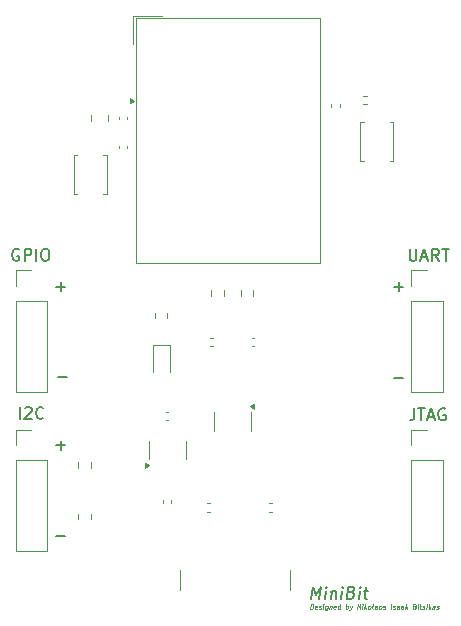
<source format=gbr>
%TF.GenerationSoftware,KiCad,Pcbnew,8.0.6*%
%TF.CreationDate,2024-11-03T15:15:55+02:00*%
%TF.ProjectId,MiniBit,4d696e69-4269-4742-9e6b-696361645f70,1.0*%
%TF.SameCoordinates,Original*%
%TF.FileFunction,Legend,Top*%
%TF.FilePolarity,Positive*%
%FSLAX46Y46*%
G04 Gerber Fmt 4.6, Leading zero omitted, Abs format (unit mm)*
G04 Created by KiCad (PCBNEW 8.0.6) date 2024-11-03 15:15:55*
%MOMM*%
%LPD*%
G01*
G04 APERTURE LIST*
%ADD10C,0.200000*%
%ADD11C,0.100000*%
%ADD12C,0.120000*%
G04 APERTURE END LIST*
D10*
X130269673Y-98767219D02*
X130269673Y-97767219D01*
X130698244Y-97862457D02*
X130745863Y-97814838D01*
X130745863Y-97814838D02*
X130841101Y-97767219D01*
X130841101Y-97767219D02*
X131079196Y-97767219D01*
X131079196Y-97767219D02*
X131174434Y-97814838D01*
X131174434Y-97814838D02*
X131222053Y-97862457D01*
X131222053Y-97862457D02*
X131269672Y-97957695D01*
X131269672Y-97957695D02*
X131269672Y-98052933D01*
X131269672Y-98052933D02*
X131222053Y-98195790D01*
X131222053Y-98195790D02*
X130650625Y-98767219D01*
X130650625Y-98767219D02*
X131269672Y-98767219D01*
X132269672Y-98671980D02*
X132222053Y-98719600D01*
X132222053Y-98719600D02*
X132079196Y-98767219D01*
X132079196Y-98767219D02*
X131983958Y-98767219D01*
X131983958Y-98767219D02*
X131841101Y-98719600D01*
X131841101Y-98719600D02*
X131745863Y-98624361D01*
X131745863Y-98624361D02*
X131698244Y-98529123D01*
X131698244Y-98529123D02*
X131650625Y-98338647D01*
X131650625Y-98338647D02*
X131650625Y-98195790D01*
X131650625Y-98195790D02*
X131698244Y-98005314D01*
X131698244Y-98005314D02*
X131745863Y-97910076D01*
X131745863Y-97910076D02*
X131841101Y-97814838D01*
X131841101Y-97814838D02*
X131983958Y-97767219D01*
X131983958Y-97767219D02*
X132079196Y-97767219D01*
X132079196Y-97767219D02*
X132222053Y-97814838D01*
X132222053Y-97814838D02*
X132269672Y-97862457D01*
X133369673Y-108686266D02*
X134131578Y-108686266D01*
X130193482Y-84414838D02*
X130098244Y-84367219D01*
X130098244Y-84367219D02*
X129955387Y-84367219D01*
X129955387Y-84367219D02*
X129812530Y-84414838D01*
X129812530Y-84414838D02*
X129717292Y-84510076D01*
X129717292Y-84510076D02*
X129669673Y-84605314D01*
X129669673Y-84605314D02*
X129622054Y-84795790D01*
X129622054Y-84795790D02*
X129622054Y-84938647D01*
X129622054Y-84938647D02*
X129669673Y-85129123D01*
X129669673Y-85129123D02*
X129717292Y-85224361D01*
X129717292Y-85224361D02*
X129812530Y-85319600D01*
X129812530Y-85319600D02*
X129955387Y-85367219D01*
X129955387Y-85367219D02*
X130050625Y-85367219D01*
X130050625Y-85367219D02*
X130193482Y-85319600D01*
X130193482Y-85319600D02*
X130241101Y-85271980D01*
X130241101Y-85271980D02*
X130241101Y-84938647D01*
X130241101Y-84938647D02*
X130050625Y-84938647D01*
X130669673Y-85367219D02*
X130669673Y-84367219D01*
X130669673Y-84367219D02*
X131050625Y-84367219D01*
X131050625Y-84367219D02*
X131145863Y-84414838D01*
X131145863Y-84414838D02*
X131193482Y-84462457D01*
X131193482Y-84462457D02*
X131241101Y-84557695D01*
X131241101Y-84557695D02*
X131241101Y-84700552D01*
X131241101Y-84700552D02*
X131193482Y-84795790D01*
X131193482Y-84795790D02*
X131145863Y-84843409D01*
X131145863Y-84843409D02*
X131050625Y-84891028D01*
X131050625Y-84891028D02*
X130669673Y-84891028D01*
X131669673Y-85367219D02*
X131669673Y-84367219D01*
X132336339Y-84367219D02*
X132526815Y-84367219D01*
X132526815Y-84367219D02*
X132622053Y-84414838D01*
X132622053Y-84414838D02*
X132717291Y-84510076D01*
X132717291Y-84510076D02*
X132764910Y-84700552D01*
X132764910Y-84700552D02*
X132764910Y-85033885D01*
X132764910Y-85033885D02*
X132717291Y-85224361D01*
X132717291Y-85224361D02*
X132622053Y-85319600D01*
X132622053Y-85319600D02*
X132526815Y-85367219D01*
X132526815Y-85367219D02*
X132336339Y-85367219D01*
X132336339Y-85367219D02*
X132241101Y-85319600D01*
X132241101Y-85319600D02*
X132145863Y-85224361D01*
X132145863Y-85224361D02*
X132098244Y-85033885D01*
X132098244Y-85033885D02*
X132098244Y-84700552D01*
X132098244Y-84700552D02*
X132145863Y-84510076D01*
X132145863Y-84510076D02*
X132241101Y-84414838D01*
X132241101Y-84414838D02*
X132336339Y-84367219D01*
X161969673Y-87586266D02*
X162731578Y-87586266D01*
X162350625Y-87967219D02*
X162350625Y-87205314D01*
X133369673Y-87586266D02*
X134131578Y-87586266D01*
X133750625Y-87967219D02*
X133750625Y-87205314D01*
X133369673Y-100986266D02*
X134131578Y-100986266D01*
X133750625Y-101367219D02*
X133750625Y-100605314D01*
X154963720Y-113967219D02*
X155088720Y-112967219D01*
X155088720Y-112967219D02*
X155332768Y-113681504D01*
X155332768Y-113681504D02*
X155755387Y-112967219D01*
X155755387Y-112967219D02*
X155630387Y-113967219D01*
X156106577Y-113967219D02*
X156189911Y-113300552D01*
X156231577Y-112967219D02*
X156178006Y-113014838D01*
X156178006Y-113014838D02*
X156219673Y-113062457D01*
X156219673Y-113062457D02*
X156273244Y-113014838D01*
X156273244Y-113014838D02*
X156231577Y-112967219D01*
X156231577Y-112967219D02*
X156219673Y-113062457D01*
X156666101Y-113300552D02*
X156582767Y-113967219D01*
X156654196Y-113395790D02*
X156707767Y-113348171D01*
X156707767Y-113348171D02*
X156808958Y-113300552D01*
X156808958Y-113300552D02*
X156951815Y-113300552D01*
X156951815Y-113300552D02*
X157041101Y-113348171D01*
X157041101Y-113348171D02*
X157076815Y-113443409D01*
X157076815Y-113443409D02*
X157011339Y-113967219D01*
X157487529Y-113967219D02*
X157570863Y-113300552D01*
X157612529Y-112967219D02*
X157558958Y-113014838D01*
X157558958Y-113014838D02*
X157600625Y-113062457D01*
X157600625Y-113062457D02*
X157654196Y-113014838D01*
X157654196Y-113014838D02*
X157612529Y-112967219D01*
X157612529Y-112967219D02*
X157600625Y-113062457D01*
X158362529Y-113443409D02*
X158499434Y-113491028D01*
X158499434Y-113491028D02*
X158541100Y-113538647D01*
X158541100Y-113538647D02*
X158576815Y-113633885D01*
X158576815Y-113633885D02*
X158558957Y-113776742D01*
X158558957Y-113776742D02*
X158499434Y-113871980D01*
X158499434Y-113871980D02*
X158445862Y-113919600D01*
X158445862Y-113919600D02*
X158344672Y-113967219D01*
X158344672Y-113967219D02*
X157963719Y-113967219D01*
X157963719Y-113967219D02*
X158088719Y-112967219D01*
X158088719Y-112967219D02*
X158422053Y-112967219D01*
X158422053Y-112967219D02*
X158511338Y-113014838D01*
X158511338Y-113014838D02*
X158553005Y-113062457D01*
X158553005Y-113062457D02*
X158588719Y-113157695D01*
X158588719Y-113157695D02*
X158576815Y-113252933D01*
X158576815Y-113252933D02*
X158517291Y-113348171D01*
X158517291Y-113348171D02*
X158463719Y-113395790D01*
X158463719Y-113395790D02*
X158362529Y-113443409D01*
X158362529Y-113443409D02*
X158029196Y-113443409D01*
X158963719Y-113967219D02*
X159047053Y-113300552D01*
X159088719Y-112967219D02*
X159035148Y-113014838D01*
X159035148Y-113014838D02*
X159076815Y-113062457D01*
X159076815Y-113062457D02*
X159130386Y-113014838D01*
X159130386Y-113014838D02*
X159088719Y-112967219D01*
X159088719Y-112967219D02*
X159076815Y-113062457D01*
X159380386Y-113300552D02*
X159761338Y-113300552D01*
X159564909Y-112967219D02*
X159457767Y-113824361D01*
X159457767Y-113824361D02*
X159493481Y-113919600D01*
X159493481Y-113919600D02*
X159582767Y-113967219D01*
X159582767Y-113967219D02*
X159678005Y-113967219D01*
X163655387Y-97867219D02*
X163655387Y-98581504D01*
X163655387Y-98581504D02*
X163607768Y-98724361D01*
X163607768Y-98724361D02*
X163512530Y-98819600D01*
X163512530Y-98819600D02*
X163369673Y-98867219D01*
X163369673Y-98867219D02*
X163274435Y-98867219D01*
X163988721Y-97867219D02*
X164560149Y-97867219D01*
X164274435Y-98867219D02*
X164274435Y-97867219D01*
X164845864Y-98581504D02*
X165322054Y-98581504D01*
X164750626Y-98867219D02*
X165083959Y-97867219D01*
X165083959Y-97867219D02*
X165417292Y-98867219D01*
X166274435Y-97914838D02*
X166179197Y-97867219D01*
X166179197Y-97867219D02*
X166036340Y-97867219D01*
X166036340Y-97867219D02*
X165893483Y-97914838D01*
X165893483Y-97914838D02*
X165798245Y-98010076D01*
X165798245Y-98010076D02*
X165750626Y-98105314D01*
X165750626Y-98105314D02*
X165703007Y-98295790D01*
X165703007Y-98295790D02*
X165703007Y-98438647D01*
X165703007Y-98438647D02*
X165750626Y-98629123D01*
X165750626Y-98629123D02*
X165798245Y-98724361D01*
X165798245Y-98724361D02*
X165893483Y-98819600D01*
X165893483Y-98819600D02*
X166036340Y-98867219D01*
X166036340Y-98867219D02*
X166131578Y-98867219D01*
X166131578Y-98867219D02*
X166274435Y-98819600D01*
X166274435Y-98819600D02*
X166322054Y-98771980D01*
X166322054Y-98771980D02*
X166322054Y-98438647D01*
X166322054Y-98438647D02*
X166131578Y-98438647D01*
X163269673Y-84367219D02*
X163269673Y-85176742D01*
X163269673Y-85176742D02*
X163317292Y-85271980D01*
X163317292Y-85271980D02*
X163364911Y-85319600D01*
X163364911Y-85319600D02*
X163460149Y-85367219D01*
X163460149Y-85367219D02*
X163650625Y-85367219D01*
X163650625Y-85367219D02*
X163745863Y-85319600D01*
X163745863Y-85319600D02*
X163793482Y-85271980D01*
X163793482Y-85271980D02*
X163841101Y-85176742D01*
X163841101Y-85176742D02*
X163841101Y-84367219D01*
X164269673Y-85081504D02*
X164745863Y-85081504D01*
X164174435Y-85367219D02*
X164507768Y-84367219D01*
X164507768Y-84367219D02*
X164841101Y-85367219D01*
X165745863Y-85367219D02*
X165412530Y-84891028D01*
X165174435Y-85367219D02*
X165174435Y-84367219D01*
X165174435Y-84367219D02*
X165555387Y-84367219D01*
X165555387Y-84367219D02*
X165650625Y-84414838D01*
X165650625Y-84414838D02*
X165698244Y-84462457D01*
X165698244Y-84462457D02*
X165745863Y-84557695D01*
X165745863Y-84557695D02*
X165745863Y-84700552D01*
X165745863Y-84700552D02*
X165698244Y-84795790D01*
X165698244Y-84795790D02*
X165650625Y-84843409D01*
X165650625Y-84843409D02*
X165555387Y-84891028D01*
X165555387Y-84891028D02*
X165174435Y-84891028D01*
X166031578Y-84367219D02*
X166603006Y-84367219D01*
X166317292Y-85367219D02*
X166317292Y-84367219D01*
D11*
X154858646Y-114845847D02*
X154908646Y-114445847D01*
X154908646Y-114445847D02*
X155003884Y-114445847D01*
X155003884Y-114445847D02*
X155058646Y-114464895D01*
X155058646Y-114464895D02*
X155091979Y-114502990D01*
X155091979Y-114502990D02*
X155106265Y-114541085D01*
X155106265Y-114541085D02*
X155115789Y-114617276D01*
X155115789Y-114617276D02*
X155108646Y-114674419D01*
X155108646Y-114674419D02*
X155080074Y-114750609D01*
X155080074Y-114750609D02*
X155056265Y-114788704D01*
X155056265Y-114788704D02*
X155013408Y-114826800D01*
X155013408Y-114826800D02*
X154953884Y-114845847D01*
X154953884Y-114845847D02*
X154858646Y-114845847D01*
X155413408Y-114826800D02*
X155372931Y-114845847D01*
X155372931Y-114845847D02*
X155296741Y-114845847D01*
X155296741Y-114845847D02*
X155261027Y-114826800D01*
X155261027Y-114826800D02*
X155246741Y-114788704D01*
X155246741Y-114788704D02*
X155265789Y-114636323D01*
X155265789Y-114636323D02*
X155289598Y-114598228D01*
X155289598Y-114598228D02*
X155330074Y-114579180D01*
X155330074Y-114579180D02*
X155406265Y-114579180D01*
X155406265Y-114579180D02*
X155441979Y-114598228D01*
X155441979Y-114598228D02*
X155456265Y-114636323D01*
X155456265Y-114636323D02*
X155451503Y-114674419D01*
X155451503Y-114674419D02*
X155256265Y-114712514D01*
X155584836Y-114826800D02*
X155620550Y-114845847D01*
X155620550Y-114845847D02*
X155696741Y-114845847D01*
X155696741Y-114845847D02*
X155737217Y-114826800D01*
X155737217Y-114826800D02*
X155761026Y-114788704D01*
X155761026Y-114788704D02*
X155763407Y-114769657D01*
X155763407Y-114769657D02*
X155749122Y-114731561D01*
X155749122Y-114731561D02*
X155713407Y-114712514D01*
X155713407Y-114712514D02*
X155656265Y-114712514D01*
X155656265Y-114712514D02*
X155620550Y-114693466D01*
X155620550Y-114693466D02*
X155606265Y-114655371D01*
X155606265Y-114655371D02*
X155608646Y-114636323D01*
X155608646Y-114636323D02*
X155632455Y-114598228D01*
X155632455Y-114598228D02*
X155672931Y-114579180D01*
X155672931Y-114579180D02*
X155730074Y-114579180D01*
X155730074Y-114579180D02*
X155765788Y-114598228D01*
X155925313Y-114845847D02*
X155958646Y-114579180D01*
X155975313Y-114445847D02*
X155953884Y-114464895D01*
X155953884Y-114464895D02*
X155970551Y-114483942D01*
X155970551Y-114483942D02*
X155991979Y-114464895D01*
X155991979Y-114464895D02*
X155975313Y-114445847D01*
X155975313Y-114445847D02*
X155970551Y-114483942D01*
X156320551Y-114579180D02*
X156280074Y-114902990D01*
X156280074Y-114902990D02*
X156256265Y-114941085D01*
X156256265Y-114941085D02*
X156234836Y-114960133D01*
X156234836Y-114960133D02*
X156194360Y-114979180D01*
X156194360Y-114979180D02*
X156137217Y-114979180D01*
X156137217Y-114979180D02*
X156101503Y-114960133D01*
X156289598Y-114826800D02*
X156249122Y-114845847D01*
X156249122Y-114845847D02*
X156172932Y-114845847D01*
X156172932Y-114845847D02*
X156137217Y-114826800D01*
X156137217Y-114826800D02*
X156120551Y-114807752D01*
X156120551Y-114807752D02*
X156106265Y-114769657D01*
X156106265Y-114769657D02*
X156120551Y-114655371D01*
X156120551Y-114655371D02*
X156144360Y-114617276D01*
X156144360Y-114617276D02*
X156165789Y-114598228D01*
X156165789Y-114598228D02*
X156206265Y-114579180D01*
X156206265Y-114579180D02*
X156282455Y-114579180D01*
X156282455Y-114579180D02*
X156318170Y-114598228D01*
X156511027Y-114579180D02*
X156477694Y-114845847D01*
X156506265Y-114617276D02*
X156527694Y-114598228D01*
X156527694Y-114598228D02*
X156568170Y-114579180D01*
X156568170Y-114579180D02*
X156625313Y-114579180D01*
X156625313Y-114579180D02*
X156661027Y-114598228D01*
X156661027Y-114598228D02*
X156675313Y-114636323D01*
X156675313Y-114636323D02*
X156649122Y-114845847D01*
X156994361Y-114826800D02*
X156953884Y-114845847D01*
X156953884Y-114845847D02*
X156877694Y-114845847D01*
X156877694Y-114845847D02*
X156841980Y-114826800D01*
X156841980Y-114826800D02*
X156827694Y-114788704D01*
X156827694Y-114788704D02*
X156846742Y-114636323D01*
X156846742Y-114636323D02*
X156870551Y-114598228D01*
X156870551Y-114598228D02*
X156911027Y-114579180D01*
X156911027Y-114579180D02*
X156987218Y-114579180D01*
X156987218Y-114579180D02*
X157022932Y-114598228D01*
X157022932Y-114598228D02*
X157037218Y-114636323D01*
X157037218Y-114636323D02*
X157032456Y-114674419D01*
X157032456Y-114674419D02*
X156837218Y-114712514D01*
X157353884Y-114845847D02*
X157403884Y-114445847D01*
X157356265Y-114826800D02*
X157315789Y-114845847D01*
X157315789Y-114845847D02*
X157239599Y-114845847D01*
X157239599Y-114845847D02*
X157203884Y-114826800D01*
X157203884Y-114826800D02*
X157187218Y-114807752D01*
X157187218Y-114807752D02*
X157172932Y-114769657D01*
X157172932Y-114769657D02*
X157187218Y-114655371D01*
X157187218Y-114655371D02*
X157211027Y-114617276D01*
X157211027Y-114617276D02*
X157232456Y-114598228D01*
X157232456Y-114598228D02*
X157272932Y-114579180D01*
X157272932Y-114579180D02*
X157349122Y-114579180D01*
X157349122Y-114579180D02*
X157384837Y-114598228D01*
X157849123Y-114845847D02*
X157899123Y-114445847D01*
X157880075Y-114598228D02*
X157920551Y-114579180D01*
X157920551Y-114579180D02*
X157996742Y-114579180D01*
X157996742Y-114579180D02*
X158032456Y-114598228D01*
X158032456Y-114598228D02*
X158049123Y-114617276D01*
X158049123Y-114617276D02*
X158063408Y-114655371D01*
X158063408Y-114655371D02*
X158049123Y-114769657D01*
X158049123Y-114769657D02*
X158025313Y-114807752D01*
X158025313Y-114807752D02*
X158003885Y-114826800D01*
X158003885Y-114826800D02*
X157963408Y-114845847D01*
X157963408Y-114845847D02*
X157887218Y-114845847D01*
X157887218Y-114845847D02*
X157851504Y-114826800D01*
X158206266Y-114579180D02*
X158268171Y-114845847D01*
X158396742Y-114579180D02*
X158268171Y-114845847D01*
X158268171Y-114845847D02*
X158218171Y-114941085D01*
X158218171Y-114941085D02*
X158196742Y-114960133D01*
X158196742Y-114960133D02*
X158156266Y-114979180D01*
X158820552Y-114845847D02*
X158870552Y-114445847D01*
X158870552Y-114445847D02*
X159049123Y-114845847D01*
X159049123Y-114845847D02*
X159099123Y-114445847D01*
X159239600Y-114845847D02*
X159272933Y-114579180D01*
X159289600Y-114445847D02*
X159268171Y-114464895D01*
X159268171Y-114464895D02*
X159284838Y-114483942D01*
X159284838Y-114483942D02*
X159306266Y-114464895D01*
X159306266Y-114464895D02*
X159289600Y-114445847D01*
X159289600Y-114445847D02*
X159284838Y-114483942D01*
X159430076Y-114845847D02*
X159480076Y-114445847D01*
X159487219Y-114693466D02*
X159582457Y-114845847D01*
X159615790Y-114579180D02*
X159444361Y-114731561D01*
X159811029Y-114845847D02*
X159775314Y-114826800D01*
X159775314Y-114826800D02*
X159758648Y-114807752D01*
X159758648Y-114807752D02*
X159744362Y-114769657D01*
X159744362Y-114769657D02*
X159758648Y-114655371D01*
X159758648Y-114655371D02*
X159782457Y-114617276D01*
X159782457Y-114617276D02*
X159803886Y-114598228D01*
X159803886Y-114598228D02*
X159844362Y-114579180D01*
X159844362Y-114579180D02*
X159901505Y-114579180D01*
X159901505Y-114579180D02*
X159937219Y-114598228D01*
X159937219Y-114598228D02*
X159953886Y-114617276D01*
X159953886Y-114617276D02*
X159968171Y-114655371D01*
X159968171Y-114655371D02*
X159953886Y-114769657D01*
X159953886Y-114769657D02*
X159930076Y-114807752D01*
X159930076Y-114807752D02*
X159908648Y-114826800D01*
X159908648Y-114826800D02*
X159868171Y-114845847D01*
X159868171Y-114845847D02*
X159811029Y-114845847D01*
X160172934Y-114845847D02*
X160137219Y-114826800D01*
X160137219Y-114826800D02*
X160122934Y-114788704D01*
X160122934Y-114788704D02*
X160165791Y-114445847D01*
X160496743Y-114845847D02*
X160522934Y-114636323D01*
X160522934Y-114636323D02*
X160508648Y-114598228D01*
X160508648Y-114598228D02*
X160472934Y-114579180D01*
X160472934Y-114579180D02*
X160396743Y-114579180D01*
X160396743Y-114579180D02*
X160356267Y-114598228D01*
X160499124Y-114826800D02*
X160458648Y-114845847D01*
X160458648Y-114845847D02*
X160363410Y-114845847D01*
X160363410Y-114845847D02*
X160327696Y-114826800D01*
X160327696Y-114826800D02*
X160313410Y-114788704D01*
X160313410Y-114788704D02*
X160318172Y-114750609D01*
X160318172Y-114750609D02*
X160341981Y-114712514D01*
X160341981Y-114712514D02*
X160382458Y-114693466D01*
X160382458Y-114693466D02*
X160477696Y-114693466D01*
X160477696Y-114693466D02*
X160518172Y-114674419D01*
X160744363Y-114845847D02*
X160708648Y-114826800D01*
X160708648Y-114826800D02*
X160691982Y-114807752D01*
X160691982Y-114807752D02*
X160677696Y-114769657D01*
X160677696Y-114769657D02*
X160691982Y-114655371D01*
X160691982Y-114655371D02*
X160715791Y-114617276D01*
X160715791Y-114617276D02*
X160737220Y-114598228D01*
X160737220Y-114598228D02*
X160777696Y-114579180D01*
X160777696Y-114579180D02*
X160834839Y-114579180D01*
X160834839Y-114579180D02*
X160870553Y-114598228D01*
X160870553Y-114598228D02*
X160887220Y-114617276D01*
X160887220Y-114617276D02*
X160901505Y-114655371D01*
X160901505Y-114655371D02*
X160887220Y-114769657D01*
X160887220Y-114769657D02*
X160863410Y-114807752D01*
X160863410Y-114807752D02*
X160841982Y-114826800D01*
X160841982Y-114826800D02*
X160801505Y-114845847D01*
X160801505Y-114845847D02*
X160744363Y-114845847D01*
X161032458Y-114826800D02*
X161068172Y-114845847D01*
X161068172Y-114845847D02*
X161144363Y-114845847D01*
X161144363Y-114845847D02*
X161184839Y-114826800D01*
X161184839Y-114826800D02*
X161208648Y-114788704D01*
X161208648Y-114788704D02*
X161211029Y-114769657D01*
X161211029Y-114769657D02*
X161196744Y-114731561D01*
X161196744Y-114731561D02*
X161161029Y-114712514D01*
X161161029Y-114712514D02*
X161103887Y-114712514D01*
X161103887Y-114712514D02*
X161068172Y-114693466D01*
X161068172Y-114693466D02*
X161053887Y-114655371D01*
X161053887Y-114655371D02*
X161056268Y-114636323D01*
X161056268Y-114636323D02*
X161080077Y-114598228D01*
X161080077Y-114598228D02*
X161120553Y-114579180D01*
X161120553Y-114579180D02*
X161177696Y-114579180D01*
X161177696Y-114579180D02*
X161213410Y-114598228D01*
X161677697Y-114845847D02*
X161727697Y-114445847D01*
X161851506Y-114826800D02*
X161887220Y-114845847D01*
X161887220Y-114845847D02*
X161963411Y-114845847D01*
X161963411Y-114845847D02*
X162003887Y-114826800D01*
X162003887Y-114826800D02*
X162027696Y-114788704D01*
X162027696Y-114788704D02*
X162030077Y-114769657D01*
X162030077Y-114769657D02*
X162015792Y-114731561D01*
X162015792Y-114731561D02*
X161980077Y-114712514D01*
X161980077Y-114712514D02*
X161922935Y-114712514D01*
X161922935Y-114712514D02*
X161887220Y-114693466D01*
X161887220Y-114693466D02*
X161872935Y-114655371D01*
X161872935Y-114655371D02*
X161875316Y-114636323D01*
X161875316Y-114636323D02*
X161899125Y-114598228D01*
X161899125Y-114598228D02*
X161939601Y-114579180D01*
X161939601Y-114579180D02*
X161996744Y-114579180D01*
X161996744Y-114579180D02*
X162032458Y-114598228D01*
X162363411Y-114845847D02*
X162389602Y-114636323D01*
X162389602Y-114636323D02*
X162375316Y-114598228D01*
X162375316Y-114598228D02*
X162339602Y-114579180D01*
X162339602Y-114579180D02*
X162263411Y-114579180D01*
X162263411Y-114579180D02*
X162222935Y-114598228D01*
X162365792Y-114826800D02*
X162325316Y-114845847D01*
X162325316Y-114845847D02*
X162230078Y-114845847D01*
X162230078Y-114845847D02*
X162194364Y-114826800D01*
X162194364Y-114826800D02*
X162180078Y-114788704D01*
X162180078Y-114788704D02*
X162184840Y-114750609D01*
X162184840Y-114750609D02*
X162208649Y-114712514D01*
X162208649Y-114712514D02*
X162249126Y-114693466D01*
X162249126Y-114693466D02*
X162344364Y-114693466D01*
X162344364Y-114693466D02*
X162384840Y-114674419D01*
X162725316Y-114845847D02*
X162751507Y-114636323D01*
X162751507Y-114636323D02*
X162737221Y-114598228D01*
X162737221Y-114598228D02*
X162701507Y-114579180D01*
X162701507Y-114579180D02*
X162625316Y-114579180D01*
X162625316Y-114579180D02*
X162584840Y-114598228D01*
X162727697Y-114826800D02*
X162687221Y-114845847D01*
X162687221Y-114845847D02*
X162591983Y-114845847D01*
X162591983Y-114845847D02*
X162556269Y-114826800D01*
X162556269Y-114826800D02*
X162541983Y-114788704D01*
X162541983Y-114788704D02*
X162546745Y-114750609D01*
X162546745Y-114750609D02*
X162570554Y-114712514D01*
X162570554Y-114712514D02*
X162611031Y-114693466D01*
X162611031Y-114693466D02*
X162706269Y-114693466D01*
X162706269Y-114693466D02*
X162746745Y-114674419D01*
X162915793Y-114845847D02*
X162965793Y-114445847D01*
X162972936Y-114693466D02*
X163068174Y-114845847D01*
X163101507Y-114579180D02*
X162930078Y-114731561D01*
X163703888Y-114636323D02*
X163758650Y-114655371D01*
X163758650Y-114655371D02*
X163775317Y-114674419D01*
X163775317Y-114674419D02*
X163789603Y-114712514D01*
X163789603Y-114712514D02*
X163782460Y-114769657D01*
X163782460Y-114769657D02*
X163758650Y-114807752D01*
X163758650Y-114807752D02*
X163737222Y-114826800D01*
X163737222Y-114826800D02*
X163696746Y-114845847D01*
X163696746Y-114845847D02*
X163544365Y-114845847D01*
X163544365Y-114845847D02*
X163594365Y-114445847D01*
X163594365Y-114445847D02*
X163727698Y-114445847D01*
X163727698Y-114445847D02*
X163763412Y-114464895D01*
X163763412Y-114464895D02*
X163780079Y-114483942D01*
X163780079Y-114483942D02*
X163794365Y-114522038D01*
X163794365Y-114522038D02*
X163789603Y-114560133D01*
X163789603Y-114560133D02*
X163765793Y-114598228D01*
X163765793Y-114598228D02*
X163744365Y-114617276D01*
X163744365Y-114617276D02*
X163703888Y-114636323D01*
X163703888Y-114636323D02*
X163570555Y-114636323D01*
X163944365Y-114845847D02*
X163977698Y-114579180D01*
X163994365Y-114445847D02*
X163972936Y-114464895D01*
X163972936Y-114464895D02*
X163989603Y-114483942D01*
X163989603Y-114483942D02*
X164011031Y-114464895D01*
X164011031Y-114464895D02*
X163994365Y-114445847D01*
X163994365Y-114445847D02*
X163989603Y-114483942D01*
X164111031Y-114579180D02*
X164263412Y-114579180D01*
X164184841Y-114445847D02*
X164141984Y-114788704D01*
X164141984Y-114788704D02*
X164156269Y-114826800D01*
X164156269Y-114826800D02*
X164191984Y-114845847D01*
X164191984Y-114845847D02*
X164230079Y-114845847D01*
X164346745Y-114826800D02*
X164382459Y-114845847D01*
X164382459Y-114845847D02*
X164458650Y-114845847D01*
X164458650Y-114845847D02*
X164499126Y-114826800D01*
X164499126Y-114826800D02*
X164522935Y-114788704D01*
X164522935Y-114788704D02*
X164525316Y-114769657D01*
X164525316Y-114769657D02*
X164511031Y-114731561D01*
X164511031Y-114731561D02*
X164475316Y-114712514D01*
X164475316Y-114712514D02*
X164418174Y-114712514D01*
X164418174Y-114712514D02*
X164382459Y-114693466D01*
X164382459Y-114693466D02*
X164368174Y-114655371D01*
X164368174Y-114655371D02*
X164370555Y-114636323D01*
X164370555Y-114636323D02*
X164394364Y-114598228D01*
X164394364Y-114598228D02*
X164434840Y-114579180D01*
X164434840Y-114579180D02*
X164491983Y-114579180D01*
X164491983Y-114579180D02*
X164527697Y-114598228D01*
X164687222Y-114845847D02*
X164720555Y-114579180D01*
X164737222Y-114445847D02*
X164715793Y-114464895D01*
X164715793Y-114464895D02*
X164732460Y-114483942D01*
X164732460Y-114483942D02*
X164753888Y-114464895D01*
X164753888Y-114464895D02*
X164737222Y-114445847D01*
X164737222Y-114445847D02*
X164732460Y-114483942D01*
X164877698Y-114845847D02*
X164927698Y-114445847D01*
X164934841Y-114693466D02*
X165030079Y-114845847D01*
X165063412Y-114579180D02*
X164891983Y-114731561D01*
X165372936Y-114845847D02*
X165399127Y-114636323D01*
X165399127Y-114636323D02*
X165384841Y-114598228D01*
X165384841Y-114598228D02*
X165349127Y-114579180D01*
X165349127Y-114579180D02*
X165272936Y-114579180D01*
X165272936Y-114579180D02*
X165232460Y-114598228D01*
X165375317Y-114826800D02*
X165334841Y-114845847D01*
X165334841Y-114845847D02*
X165239603Y-114845847D01*
X165239603Y-114845847D02*
X165203889Y-114826800D01*
X165203889Y-114826800D02*
X165189603Y-114788704D01*
X165189603Y-114788704D02*
X165194365Y-114750609D01*
X165194365Y-114750609D02*
X165218174Y-114712514D01*
X165218174Y-114712514D02*
X165258651Y-114693466D01*
X165258651Y-114693466D02*
X165353889Y-114693466D01*
X165353889Y-114693466D02*
X165394365Y-114674419D01*
X165546746Y-114826800D02*
X165582460Y-114845847D01*
X165582460Y-114845847D02*
X165658651Y-114845847D01*
X165658651Y-114845847D02*
X165699127Y-114826800D01*
X165699127Y-114826800D02*
X165722936Y-114788704D01*
X165722936Y-114788704D02*
X165725317Y-114769657D01*
X165725317Y-114769657D02*
X165711032Y-114731561D01*
X165711032Y-114731561D02*
X165675317Y-114712514D01*
X165675317Y-114712514D02*
X165618175Y-114712514D01*
X165618175Y-114712514D02*
X165582460Y-114693466D01*
X165582460Y-114693466D02*
X165568175Y-114655371D01*
X165568175Y-114655371D02*
X165570556Y-114636323D01*
X165570556Y-114636323D02*
X165594365Y-114598228D01*
X165594365Y-114598228D02*
X165634841Y-114579180D01*
X165634841Y-114579180D02*
X165691984Y-114579180D01*
X165691984Y-114579180D02*
X165727698Y-114598228D01*
D10*
X161969673Y-95286266D02*
X162731578Y-95286266D01*
X133469673Y-95186266D02*
X134231578Y-95186266D01*
D12*
%TO.C,SW2*%
X134850000Y-76406250D02*
X135150000Y-76406250D01*
X134850000Y-79706250D02*
X134850000Y-76406250D01*
X135150000Y-79706250D02*
X134850000Y-79706250D01*
X137350000Y-79706250D02*
X137650000Y-79706250D01*
X137650000Y-76406250D02*
X137350000Y-76406250D01*
X137650000Y-79706250D02*
X137650000Y-76406250D01*
%TO.C,C8*%
X149892164Y-91896250D02*
X150107836Y-91896250D01*
X149892164Y-92616250D02*
X150107836Y-92616250D01*
%TO.C,U2*%
X146690000Y-99006250D02*
X146690000Y-98206250D01*
X146690000Y-99006250D02*
X146690000Y-99806250D01*
X149810000Y-99006250D02*
X149810000Y-98206250D01*
X149810000Y-99006250D02*
X149810000Y-99806250D01*
X150090000Y-97946250D02*
X149760000Y-97706250D01*
X150090000Y-97466250D01*
X150090000Y-97946250D01*
G36*
X150090000Y-97946250D02*
G01*
X149760000Y-97706250D01*
X150090000Y-97466250D01*
X150090000Y-97946250D01*
G37*
%TO.C,SW1*%
X159100000Y-73606250D02*
X159400000Y-73606250D01*
X159100000Y-76906250D02*
X159100000Y-73606250D01*
X159400000Y-76906250D02*
X159100000Y-76906250D01*
X161600000Y-76906250D02*
X161900000Y-76906250D01*
X161900000Y-73606250D02*
X161600000Y-73606250D01*
X161900000Y-76906250D02*
X161900000Y-73606250D01*
%TO.C,J1*%
X129920000Y-99676250D02*
X131250000Y-99676250D01*
X129920000Y-101006250D02*
X129920000Y-99676250D01*
X129920000Y-102276250D02*
X129920000Y-109956250D01*
X129920000Y-102276250D02*
X132580000Y-102276250D01*
X129920000Y-109956250D02*
X132580000Y-109956250D01*
X132580000Y-102276250D02*
X132580000Y-109956250D01*
%TO.C,C6*%
X142642164Y-98146250D02*
X142857836Y-98146250D01*
X142642164Y-98866250D02*
X142857836Y-98866250D01*
%TO.C,R3*%
X146096359Y-105876250D02*
X146403641Y-105876250D01*
X146096359Y-106636250D02*
X146403641Y-106636250D01*
%TO.C,C4*%
X138640000Y-75628414D02*
X138640000Y-75844086D01*
X139360000Y-75628414D02*
X139360000Y-75844086D01*
%TO.C,J3*%
X163420000Y-99676250D02*
X164750000Y-99676250D01*
X163420000Y-101006250D02*
X163420000Y-99676250D01*
X163420000Y-102276250D02*
X163420000Y-109956250D01*
X163420000Y-102276250D02*
X166080000Y-102276250D01*
X163420000Y-109956250D02*
X166080000Y-109956250D01*
X166080000Y-102276250D02*
X166080000Y-109956250D01*
%TO.C,C3*%
X156640000Y-72128414D02*
X156640000Y-72344086D01*
X157360000Y-72128414D02*
X157360000Y-72344086D01*
%TO.C,C2*%
X136265000Y-73517502D02*
X136265000Y-72994998D01*
X137735000Y-73517502D02*
X137735000Y-72994998D01*
%TO.C,J4*%
X129920000Y-86176250D02*
X131250000Y-86176250D01*
X129920000Y-87506250D02*
X129920000Y-86176250D01*
X129920000Y-88776250D02*
X129920000Y-96456250D01*
X129920000Y-88776250D02*
X132580000Y-88776250D01*
X129920000Y-96456250D02*
X132580000Y-96456250D01*
X132580000Y-88776250D02*
X132580000Y-96456250D01*
%TO.C,C5*%
X142390000Y-105864086D02*
X142390000Y-105648414D01*
X143110000Y-105864086D02*
X143110000Y-105648414D01*
%TO.C,C1*%
X138640000Y-73384086D02*
X138640000Y-73168414D01*
X139360000Y-73384086D02*
X139360000Y-73168414D01*
%TO.C,R1*%
X159643641Y-71376250D02*
X159336359Y-71376250D01*
X159643641Y-72136250D02*
X159336359Y-72136250D01*
%TO.C,R8*%
X135227500Y-107243508D02*
X135227500Y-106768992D01*
X136272500Y-107243508D02*
X136272500Y-106768992D01*
%TO.C,R5*%
X146477500Y-87843992D02*
X146477500Y-88318508D01*
X147522500Y-87843992D02*
X147522500Y-88318508D01*
%TO.C,U3*%
X141190000Y-101393750D02*
X141190000Y-100593750D01*
X141190000Y-101393750D02*
X141190000Y-102193750D01*
X144310000Y-101393750D02*
X144310000Y-100593750D01*
X144310000Y-101393750D02*
X144310000Y-102193750D01*
X141240000Y-102693750D02*
X140910000Y-102933750D01*
X140910000Y-102453750D01*
X141240000Y-102693750D01*
G36*
X141240000Y-102693750D02*
G01*
X140910000Y-102933750D01*
X140910000Y-102453750D01*
X141240000Y-102693750D01*
G37*
%TO.C,C7*%
X146627836Y-91896250D02*
X146412164Y-91896250D01*
X146627836Y-92616250D02*
X146412164Y-92616250D01*
%TO.C,R7*%
X135227500Y-102443992D02*
X135227500Y-102918508D01*
X136272500Y-102443992D02*
X136272500Y-102918508D01*
%TO.C,U1*%
X139825000Y-64606250D02*
X139825000Y-67056250D01*
X139825000Y-64606250D02*
X142275000Y-64606250D01*
X140100000Y-64856250D02*
X155700000Y-64856250D01*
X140100000Y-85556250D02*
X140100000Y-64856250D01*
X155700000Y-64856250D02*
X155700000Y-85556250D01*
X155700000Y-85556250D02*
X140100000Y-85556250D01*
X139925000Y-71806250D02*
X139589000Y-72046250D01*
X139589000Y-71566250D01*
X139925000Y-71806250D01*
G36*
X139925000Y-71806250D02*
G01*
X139589000Y-72046250D01*
X139589000Y-71566250D01*
X139925000Y-71806250D01*
G37*
%TO.C,R4*%
X151653641Y-105876250D02*
X151346359Y-105876250D01*
X151653641Y-106636250D02*
X151346359Y-106636250D01*
%TO.C,D1*%
X141515000Y-92483750D02*
X141515000Y-94768750D01*
X142985000Y-92483750D02*
X141515000Y-92483750D01*
X142985000Y-94768750D02*
X142985000Y-92483750D01*
%TO.C,R2*%
X141727500Y-90243508D02*
X141727500Y-89768992D01*
X142772500Y-90243508D02*
X142772500Y-89768992D01*
%TO.C,J2*%
X163420000Y-86176250D02*
X164750000Y-86176250D01*
X163420000Y-87506250D02*
X163420000Y-86176250D01*
X163420000Y-88776250D02*
X163420000Y-96456250D01*
X163420000Y-88776250D02*
X166080000Y-88776250D01*
X163420000Y-96456250D02*
X166080000Y-96456250D01*
X166080000Y-88776250D02*
X166080000Y-96456250D01*
%TO.C,J5*%
X143830000Y-113256250D02*
X143830000Y-111556250D01*
X153170000Y-113256250D02*
X153170000Y-111556250D01*
%TO.C,R6*%
X148977500Y-87843992D02*
X148977500Y-88318508D01*
X150022500Y-87843992D02*
X150022500Y-88318508D01*
%TD*%
M02*

</source>
